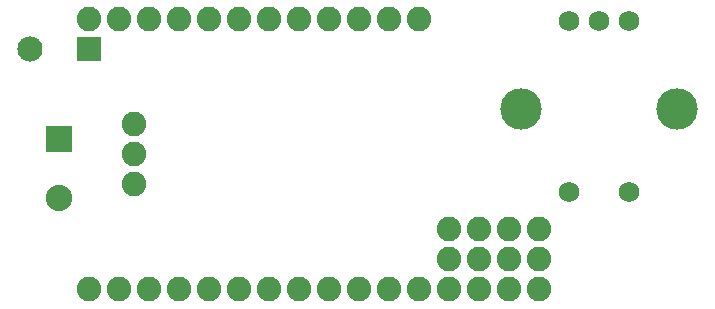
<source format=gbs>
G75*
%MOIN*%
%OFA0B0*%
%FSLAX25Y25*%
%IPPOS*%
%LPD*%
%AMOC8*
5,1,8,0,0,1.08239X$1,22.5*
%
%ADD10C,0.08400*%
%ADD11R,0.08400X0.08400*%
%ADD12R,0.08800X0.08800*%
%ADD13C,0.08800*%
%ADD14C,0.08200*%
%ADD15C,0.06800*%
%ADD16C,0.13800*%
D10*
X0098491Y0128333D03*
D11*
X0118176Y0128333D03*
D12*
X0108333Y0098333D03*
D13*
X0108333Y0078648D03*
D14*
X0118333Y0048333D03*
X0128333Y0048333D03*
X0138333Y0048333D03*
X0148333Y0048333D03*
X0158333Y0048333D03*
X0168333Y0048333D03*
X0178333Y0048333D03*
X0188333Y0048333D03*
X0198333Y0048333D03*
X0208333Y0048333D03*
X0218333Y0048333D03*
X0228333Y0048333D03*
X0238333Y0048333D03*
X0248333Y0048333D03*
X0258333Y0048333D03*
X0268333Y0048333D03*
X0268333Y0058333D03*
X0258333Y0058333D03*
X0248333Y0058333D03*
X0238333Y0058333D03*
X0238333Y0068333D03*
X0248333Y0068333D03*
X0258333Y0068333D03*
X0268333Y0068333D03*
X0133333Y0083333D03*
X0133333Y0093333D03*
X0133333Y0103333D03*
X0128333Y0138333D03*
X0118333Y0138333D03*
X0138333Y0138333D03*
X0148333Y0138333D03*
X0158333Y0138333D03*
X0168333Y0138333D03*
X0178333Y0138333D03*
X0188333Y0138333D03*
X0198333Y0138333D03*
X0208333Y0138333D03*
X0218333Y0138333D03*
X0228333Y0138333D03*
D15*
X0278333Y0137833D03*
X0288333Y0137833D03*
X0298333Y0137833D03*
X0298333Y0080833D03*
X0278333Y0080833D03*
D16*
X0262333Y0108333D03*
X0314333Y0108333D03*
M02*

</source>
